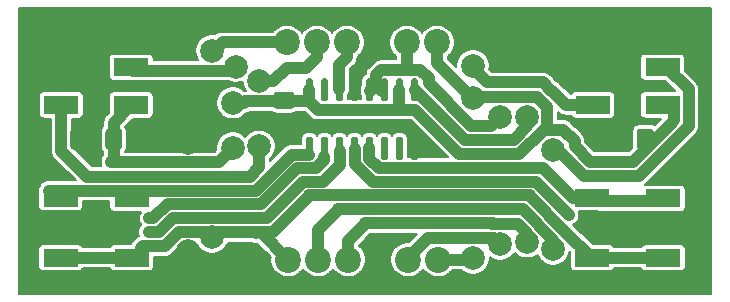
<source format=gbr>
%TF.GenerationSoftware,KiCad,Pcbnew,(5.1.6)-1*%
%TF.CreationDate,2025-01-26T05:21:37-05:00*%
%TF.ProjectId,test,74657374-2e6b-4696-9361-645f70636258,rev?*%
%TF.SameCoordinates,PX88601c0PY5f5e100*%
%TF.FileFunction,Copper,L1,Top*%
%TF.FilePolarity,Positive*%
%FSLAX46Y46*%
G04 Gerber Fmt 4.6, Leading zero omitted, Abs format (unit mm)*
G04 Created by KiCad (PCBNEW (5.1.6)-1) date 2025-01-26 05:21:37*
%MOMM*%
%LPD*%
G01*
G04 APERTURE LIST*
%TA.AperFunction,SMDPad,CuDef*%
%ADD10R,3.000000X1.500000*%
%TD*%
%TA.AperFunction,ComponentPad*%
%ADD11C,2.200000*%
%TD*%
%TA.AperFunction,ViaPad*%
%ADD12C,2.000000*%
%TD*%
%TA.AperFunction,Conductor*%
%ADD13C,1.000000*%
%TD*%
%TA.AperFunction,Conductor*%
%ADD14C,0.200000*%
%TD*%
G04 APERTURE END LIST*
%TO.P,C6,2*%
%TO.N,GND*%
%TA.AperFunction,SMDPad,CuDef*%
G36*
G01*
X22275000Y14525000D02*
X23525000Y14525000D01*
G75*
G02*
X23775000Y14275000I0J-250000D01*
G01*
X23775000Y13350000D01*
G75*
G02*
X23525000Y13100000I-250000J0D01*
G01*
X22275000Y13100000D01*
G75*
G02*
X22025000Y13350000I0J250000D01*
G01*
X22025000Y14275000D01*
G75*
G02*
X22275000Y14525000I250000J0D01*
G01*
G37*
%TD.AperFunction*%
%TO.P,C6,1*%
%TO.N,+5V*%
%TA.AperFunction,SMDPad,CuDef*%
G36*
G01*
X22275000Y17500000D02*
X23525000Y17500000D01*
G75*
G02*
X23775000Y17250000I0J-250000D01*
G01*
X23775000Y16325000D01*
G75*
G02*
X23525000Y16075000I-250000J0D01*
G01*
X22275000Y16075000D01*
G75*
G02*
X22025000Y16325000I0J250000D01*
G01*
X22025000Y17250000D01*
G75*
G02*
X22275000Y17500000I250000J0D01*
G01*
G37*
%TD.AperFunction*%
%TD*%
D10*
%TO.P,D3,3*%
%TO.N,GND*%
X4050000Y19600000D03*
%TO.P,D3,4*%
%TO.N,LED_DIN*%
X4050000Y16400000D03*
%TO.P,D3,2*%
%TO.N,Net-(D3-Pad2)*%
X9950000Y19600000D03*
%TO.P,D3,1*%
%TO.N,+5V*%
X9950000Y16400000D03*
%TD*%
%TO.P,D4,1*%
%TO.N,+5V*%
X54950000Y16400000D03*
%TO.P,D4,2*%
%TO.N,LED_DOUT*%
X54950000Y19600000D03*
%TO.P,D4,4*%
%TO.N,Net-(D3-Pad2)*%
X49050000Y16400000D03*
%TO.P,D4,3*%
%TO.N,GND*%
X49050000Y19600000D03*
%TD*%
D11*
%TO.P,J1,1*%
%TO.N,BTN_SENSE*%
X23150000Y21700000D03*
%TO.P,J1,2*%
%TO.N,LED_DIN*%
X25690000Y21700000D03*
%TO.P,J1,3*%
%TO.N,BTN_DIN*%
X28230000Y21700000D03*
%TO.P,J1,4*%
%TO.N,GND*%
X30770000Y21700000D03*
%TO.P,J1,5*%
%TO.N,BTN_CLK*%
X33310000Y21700000D03*
%TO.P,J1,6*%
%TO.N,+5V*%
X35850000Y21700000D03*
%TD*%
%TO.P,J2,6*%
%TO.N,+5V*%
X35950000Y3300000D03*
%TO.P,J2,5*%
%TO.N,BTN_CLK*%
X33410000Y3300000D03*
%TO.P,J2,4*%
%TO.N,GND*%
X30870000Y3300000D03*
%TO.P,J2,3*%
%TO.N,BTN_DOUT*%
X28330000Y3300000D03*
%TO.P,J2,2*%
%TO.N,LED_DOUT*%
X25790000Y3300000D03*
%TO.P,J2,1*%
%TO.N,BTN_SENSE*%
X23250000Y3300000D03*
%TD*%
%TO.P,C3,2*%
%TO.N,GND*%
%TA.AperFunction,SMDPad,CuDef*%
G36*
G01*
X6225000Y14125000D02*
X6225000Y12875000D01*
G75*
G02*
X5975000Y12625000I-250000J0D01*
G01*
X5050000Y12625000D01*
G75*
G02*
X4800000Y12875000I0J250000D01*
G01*
X4800000Y14125000D01*
G75*
G02*
X5050000Y14375000I250000J0D01*
G01*
X5975000Y14375000D01*
G75*
G02*
X6225000Y14125000I0J-250000D01*
G01*
G37*
%TD.AperFunction*%
%TO.P,C3,1*%
%TO.N,+5V*%
%TA.AperFunction,SMDPad,CuDef*%
G36*
G01*
X9200000Y14125000D02*
X9200000Y12875000D01*
G75*
G02*
X8950000Y12625000I-250000J0D01*
G01*
X8025000Y12625000D01*
G75*
G02*
X7775000Y12875000I0J250000D01*
G01*
X7775000Y14125000D01*
G75*
G02*
X8025000Y14375000I250000J0D01*
G01*
X8950000Y14375000D01*
G75*
G02*
X9200000Y14125000I0J-250000D01*
G01*
G37*
%TD.AperFunction*%
%TD*%
%TO.P,C4,2*%
%TO.N,GND*%
%TA.AperFunction,SMDPad,CuDef*%
G36*
G01*
X51225000Y14125000D02*
X51225000Y12875000D01*
G75*
G02*
X50975000Y12625000I-250000J0D01*
G01*
X50050000Y12625000D01*
G75*
G02*
X49800000Y12875000I0J250000D01*
G01*
X49800000Y14125000D01*
G75*
G02*
X50050000Y14375000I250000J0D01*
G01*
X50975000Y14375000D01*
G75*
G02*
X51225000Y14125000I0J-250000D01*
G01*
G37*
%TD.AperFunction*%
%TO.P,C4,1*%
%TO.N,+5V*%
%TA.AperFunction,SMDPad,CuDef*%
G36*
G01*
X54200000Y14125000D02*
X54200000Y12875000D01*
G75*
G02*
X53950000Y12625000I-250000J0D01*
G01*
X53025000Y12625000D01*
G75*
G02*
X52775000Y12875000I0J250000D01*
G01*
X52775000Y14125000D01*
G75*
G02*
X53025000Y14375000I250000J0D01*
G01*
X53950000Y14375000D01*
G75*
G02*
X54200000Y14125000I0J-250000D01*
G01*
G37*
%TD.AperFunction*%
%TD*%
%TO.P,U1,1*%
%TO.N,Net-(SW3-Pad1)*%
%TA.AperFunction,SMDPad,CuDef*%
G36*
G01*
X25205000Y11750000D02*
X24905000Y11750000D01*
G75*
G02*
X24755000Y11900000I0J150000D01*
G01*
X24755000Y13550000D01*
G75*
G02*
X24905000Y13700000I150000J0D01*
G01*
X25205000Y13700000D01*
G75*
G02*
X25355000Y13550000I0J-150000D01*
G01*
X25355000Y11900000D01*
G75*
G02*
X25205000Y11750000I-150000J0D01*
G01*
G37*
%TD.AperFunction*%
%TO.P,U1,2*%
%TO.N,Net-(SW2-Pad1)*%
%TA.AperFunction,SMDPad,CuDef*%
G36*
G01*
X26475000Y11750000D02*
X26175000Y11750000D01*
G75*
G02*
X26025000Y11900000I0J150000D01*
G01*
X26025000Y13550000D01*
G75*
G02*
X26175000Y13700000I150000J0D01*
G01*
X26475000Y13700000D01*
G75*
G02*
X26625000Y13550000I0J-150000D01*
G01*
X26625000Y11900000D01*
G75*
G02*
X26475000Y11750000I-150000J0D01*
G01*
G37*
%TD.AperFunction*%
%TO.P,U1,3*%
%TO.N,Net-(SW1-Pad1)*%
%TA.AperFunction,SMDPad,CuDef*%
G36*
G01*
X27745000Y11750000D02*
X27445000Y11750000D01*
G75*
G02*
X27295000Y11900000I0J150000D01*
G01*
X27295000Y13550000D01*
G75*
G02*
X27445000Y13700000I150000J0D01*
G01*
X27745000Y13700000D01*
G75*
G02*
X27895000Y13550000I0J-150000D01*
G01*
X27895000Y11900000D01*
G75*
G02*
X27745000Y11750000I-150000J0D01*
G01*
G37*
%TD.AperFunction*%
%TO.P,U1,4*%
%TO.N,Net-(SW5-Pad1)*%
%TA.AperFunction,SMDPad,CuDef*%
G36*
G01*
X29015000Y11750000D02*
X28715000Y11750000D01*
G75*
G02*
X28565000Y11900000I0J150000D01*
G01*
X28565000Y13550000D01*
G75*
G02*
X28715000Y13700000I150000J0D01*
G01*
X29015000Y13700000D01*
G75*
G02*
X29165000Y13550000I0J-150000D01*
G01*
X29165000Y11900000D01*
G75*
G02*
X29015000Y11750000I-150000J0D01*
G01*
G37*
%TD.AperFunction*%
%TO.P,U1,5*%
%TO.N,Net-(SW4-Pad1)*%
%TA.AperFunction,SMDPad,CuDef*%
G36*
G01*
X30285000Y11750000D02*
X29985000Y11750000D01*
G75*
G02*
X29835000Y11900000I0J150000D01*
G01*
X29835000Y13550000D01*
G75*
G02*
X29985000Y13700000I150000J0D01*
G01*
X30285000Y13700000D01*
G75*
G02*
X30435000Y13550000I0J-150000D01*
G01*
X30435000Y11900000D01*
G75*
G02*
X30285000Y11750000I-150000J0D01*
G01*
G37*
%TD.AperFunction*%
%TO.P,U1,6*%
%TO.N,Net-(U1-Pad6)*%
%TA.AperFunction,SMDPad,CuDef*%
G36*
G01*
X31555000Y11750000D02*
X31255000Y11750000D01*
G75*
G02*
X31105000Y11900000I0J150000D01*
G01*
X31105000Y13550000D01*
G75*
G02*
X31255000Y13700000I150000J0D01*
G01*
X31555000Y13700000D01*
G75*
G02*
X31705000Y13550000I0J-150000D01*
G01*
X31705000Y11900000D01*
G75*
G02*
X31555000Y11750000I-150000J0D01*
G01*
G37*
%TD.AperFunction*%
%TO.P,U1,7*%
%TO.N,Net-(U1-Pad7)*%
%TA.AperFunction,SMDPad,CuDef*%
G36*
G01*
X32825000Y11750000D02*
X32525000Y11750000D01*
G75*
G02*
X32375000Y11900000I0J150000D01*
G01*
X32375000Y13550000D01*
G75*
G02*
X32525000Y13700000I150000J0D01*
G01*
X32825000Y13700000D01*
G75*
G02*
X32975000Y13550000I0J-150000D01*
G01*
X32975000Y11900000D01*
G75*
G02*
X32825000Y11750000I-150000J0D01*
G01*
G37*
%TD.AperFunction*%
%TO.P,U1,8*%
%TO.N,GND*%
%TA.AperFunction,SMDPad,CuDef*%
G36*
G01*
X34095000Y11750000D02*
X33795000Y11750000D01*
G75*
G02*
X33645000Y11900000I0J150000D01*
G01*
X33645000Y13550000D01*
G75*
G02*
X33795000Y13700000I150000J0D01*
G01*
X34095000Y13700000D01*
G75*
G02*
X34245000Y13550000I0J-150000D01*
G01*
X34245000Y11900000D01*
G75*
G02*
X34095000Y11750000I-150000J0D01*
G01*
G37*
%TD.AperFunction*%
%TO.P,U1,9*%
%TO.N,BTN_DOUT*%
%TA.AperFunction,SMDPad,CuDef*%
G36*
G01*
X34095000Y16700000D02*
X33795000Y16700000D01*
G75*
G02*
X33645000Y16850000I0J150000D01*
G01*
X33645000Y18500000D01*
G75*
G02*
X33795000Y18650000I150000J0D01*
G01*
X34095000Y18650000D01*
G75*
G02*
X34245000Y18500000I0J-150000D01*
G01*
X34245000Y16850000D01*
G75*
G02*
X34095000Y16700000I-150000J0D01*
G01*
G37*
%TD.AperFunction*%
%TO.P,U1,10*%
%TO.N,+5V*%
%TA.AperFunction,SMDPad,CuDef*%
G36*
G01*
X32825000Y16700000D02*
X32525000Y16700000D01*
G75*
G02*
X32375000Y16850000I0J150000D01*
G01*
X32375000Y18500000D01*
G75*
G02*
X32525000Y18650000I150000J0D01*
G01*
X32825000Y18650000D01*
G75*
G02*
X32975000Y18500000I0J-150000D01*
G01*
X32975000Y16850000D01*
G75*
G02*
X32825000Y16700000I-150000J0D01*
G01*
G37*
%TD.AperFunction*%
%TO.P,U1,11*%
%TO.N,BTN_CLK*%
%TA.AperFunction,SMDPad,CuDef*%
G36*
G01*
X31555000Y16700000D02*
X31255000Y16700000D01*
G75*
G02*
X31105000Y16850000I0J150000D01*
G01*
X31105000Y18500000D01*
G75*
G02*
X31255000Y18650000I150000J0D01*
G01*
X31555000Y18650000D01*
G75*
G02*
X31705000Y18500000I0J-150000D01*
G01*
X31705000Y16850000D01*
G75*
G02*
X31555000Y16700000I-150000J0D01*
G01*
G37*
%TD.AperFunction*%
%TO.P,U1,12*%
%TA.AperFunction,SMDPad,CuDef*%
G36*
G01*
X30285000Y16700000D02*
X29985000Y16700000D01*
G75*
G02*
X29835000Y16850000I0J150000D01*
G01*
X29835000Y18500000D01*
G75*
G02*
X29985000Y18650000I150000J0D01*
G01*
X30285000Y18650000D01*
G75*
G02*
X30435000Y18500000I0J-150000D01*
G01*
X30435000Y16850000D01*
G75*
G02*
X30285000Y16700000I-150000J0D01*
G01*
G37*
%TD.AperFunction*%
%TO.P,U1,13*%
%TO.N,GND*%
%TA.AperFunction,SMDPad,CuDef*%
G36*
G01*
X29015000Y16700000D02*
X28715000Y16700000D01*
G75*
G02*
X28565000Y16850000I0J150000D01*
G01*
X28565000Y18500000D01*
G75*
G02*
X28715000Y18650000I150000J0D01*
G01*
X29015000Y18650000D01*
G75*
G02*
X29165000Y18500000I0J-150000D01*
G01*
X29165000Y16850000D01*
G75*
G02*
X29015000Y16700000I-150000J0D01*
G01*
G37*
%TD.AperFunction*%
%TO.P,U1,14*%
%TO.N,BTN_DIN*%
%TA.AperFunction,SMDPad,CuDef*%
G36*
G01*
X27745000Y16700000D02*
X27445000Y16700000D01*
G75*
G02*
X27295000Y16850000I0J150000D01*
G01*
X27295000Y18500000D01*
G75*
G02*
X27445000Y18650000I150000J0D01*
G01*
X27745000Y18650000D01*
G75*
G02*
X27895000Y18500000I0J-150000D01*
G01*
X27895000Y16850000D01*
G75*
G02*
X27745000Y16700000I-150000J0D01*
G01*
G37*
%TD.AperFunction*%
%TO.P,U1,15*%
%TO.N,Net-(U1-Pad15)*%
%TA.AperFunction,SMDPad,CuDef*%
G36*
G01*
X26475000Y16700000D02*
X26175000Y16700000D01*
G75*
G02*
X26025000Y16850000I0J150000D01*
G01*
X26025000Y18500000D01*
G75*
G02*
X26175000Y18650000I150000J0D01*
G01*
X26475000Y18650000D01*
G75*
G02*
X26625000Y18500000I0J-150000D01*
G01*
X26625000Y16850000D01*
G75*
G02*
X26475000Y16700000I-150000J0D01*
G01*
G37*
%TD.AperFunction*%
%TO.P,U1,16*%
%TO.N,+5V*%
%TA.AperFunction,SMDPad,CuDef*%
G36*
G01*
X25205000Y16700000D02*
X24905000Y16700000D01*
G75*
G02*
X24755000Y16850000I0J150000D01*
G01*
X24755000Y18500000D01*
G75*
G02*
X24905000Y18650000I150000J0D01*
G01*
X25205000Y18650000D01*
G75*
G02*
X25355000Y18500000I0J-150000D01*
G01*
X25355000Y16850000D01*
G75*
G02*
X25205000Y16700000I-150000J0D01*
G01*
G37*
%TD.AperFunction*%
%TD*%
D10*
%TO.P,SW3,2*%
%TO.N,BTN_SENSE*%
X4000000Y3460000D03*
%TO.P,SW3,1*%
%TO.N,Net-(SW3-Pad1)*%
X4000000Y8540000D03*
%TO.P,SW3,2*%
%TO.N,BTN_SENSE*%
X10000000Y3460000D03*
%TO.P,SW3,1*%
%TO.N,Net-(SW3-Pad1)*%
X10000000Y8500000D03*
%TD*%
%TO.P,SW4,1*%
%TO.N,Net-(SW4-Pad1)*%
X55000000Y8500000D03*
%TO.P,SW4,2*%
%TO.N,BTN_SENSE*%
X55000000Y3460000D03*
%TO.P,SW4,1*%
%TO.N,Net-(SW4-Pad1)*%
X49000000Y8540000D03*
%TO.P,SW4,2*%
%TO.N,BTN_SENSE*%
X49000000Y3460000D03*
%TD*%
D12*
%TO.N,+5V*%
X38900000Y17000000D03*
X38900000Y3400000D03*
X18560000Y16570000D03*
X18560000Y12770000D03*
%TO.N,GND*%
X14800000Y4000000D03*
X14800000Y13200000D03*
%TO.N,Net-(D3-Pad2)*%
X38900000Y19700000D03*
X18800000Y19650000D03*
%TO.N,LED_DIN*%
X20800000Y12900000D03*
X20800000Y18400000D03*
%TO.N,LED_DOUT*%
X45700000Y4200000D03*
X45700000Y12600000D03*
%TO.N,BTN_CLK*%
X41200000Y4600000D03*
X41200000Y15400000D03*
%TO.N,BTN_SENSE*%
X16800000Y21000000D03*
X16800000Y5200000D03*
%TO.N,BTN_DOUT*%
X43500000Y4800000D03*
X43500000Y15400000D03*
%TD*%
D13*
%TO.N,+5V*%
X8487500Y13500000D02*
X8487500Y13267522D01*
X8487500Y13500000D02*
X8600000Y13500000D01*
X52462510Y11600010D02*
X51600010Y11600010D01*
X25055000Y16700000D02*
X25755010Y15999990D01*
X36400000Y3100000D02*
X36400000Y3100000D01*
X9950000Y16400000D02*
X10102940Y16400000D01*
X10000000Y16300000D02*
X9900000Y16300000D01*
X9900000Y16300000D02*
X8500000Y14900000D01*
X8500000Y14900000D02*
X8500000Y13400000D01*
X18260000Y12270000D02*
X18260000Y12970000D01*
X18260000Y12970000D02*
X18260000Y13070000D01*
X19600000Y16700000D02*
X25055000Y16700000D01*
X25755010Y15999990D02*
X32699990Y15999990D01*
X52462510Y11600010D02*
X48797060Y11600010D01*
X48797060Y11600010D02*
X47500001Y12897069D01*
X34000010Y15999990D02*
X37749979Y12250021D01*
X32699990Y15999990D02*
X34000010Y15999990D01*
X37749979Y12250021D02*
X42834019Y12250021D01*
X47500001Y13316001D02*
X46516001Y14300001D01*
X47500001Y12897069D02*
X47500001Y13316001D01*
X46516001Y14300001D02*
X44883999Y14300001D01*
X42834019Y12250021D02*
X44883999Y14300001D01*
X38800000Y3300000D02*
X38900000Y3400000D01*
X35950000Y3300000D02*
X38800000Y3300000D01*
X17430011Y11540011D02*
X18760000Y12870000D01*
X8487500Y11757500D02*
X8270011Y11540011D01*
X8487500Y13500000D02*
X8487500Y11757500D01*
X8270011Y11540011D02*
X17430011Y11540011D01*
X25055000Y17675000D02*
X25055000Y16700000D01*
X32675000Y16024980D02*
X32699990Y15999990D01*
X32675000Y17675000D02*
X32675000Y16024980D01*
X35850000Y21700000D02*
X35850000Y21350000D01*
X44316001Y17100001D02*
X39000001Y17100001D01*
X39000001Y17100001D02*
X38900000Y17000000D01*
X45200001Y16216001D02*
X44316001Y17100001D01*
X45200001Y15500001D02*
X45200001Y16216001D01*
X45200001Y14616003D02*
X45200001Y15500001D01*
X35850000Y21700000D02*
X35850000Y19950000D01*
X38800000Y17000000D02*
X38900000Y17000000D01*
X35850000Y19950000D02*
X38800000Y17000000D01*
X55681250Y14818750D02*
X55949991Y15087491D01*
X55949991Y15087491D02*
X55949991Y16000000D01*
X53487500Y13012500D02*
X53681250Y12818750D01*
X53487500Y13500000D02*
X53487500Y13012500D01*
X52462510Y11600010D02*
X53681250Y12818750D01*
X53681250Y12818750D02*
X55681250Y14818750D01*
X19470000Y16570000D02*
X19600000Y16700000D01*
X18560000Y16570000D02*
X19470000Y16570000D01*
%TO.N,Net-(D3-Pad2)*%
X49050000Y16400000D02*
X48300000Y16400000D01*
X10881480Y19600000D02*
X9950000Y19600000D01*
X18619999Y19299999D02*
X18970000Y19650000D01*
X15900021Y19299999D02*
X18619999Y19299999D01*
X49050000Y16400000D02*
X46800000Y16400000D01*
X45513072Y17600000D02*
X44813061Y18300011D01*
X46800000Y16400000D02*
X45600000Y17600000D01*
X45600000Y17600000D02*
X45513072Y17600000D01*
X38900000Y19516002D02*
X38900000Y19700000D01*
X40115991Y18300011D02*
X38900000Y19516002D01*
X44813061Y18300011D02*
X40115991Y18300011D01*
X15900021Y19299999D02*
X10100001Y19299999D01*
%TO.N,Net-(SW1-Pad1)*%
X26199990Y9900010D02*
X27600000Y11300020D01*
X27600000Y11300020D02*
X27600000Y12500000D01*
X24505870Y9900010D02*
X26199990Y9900010D01*
X11460011Y5639989D02*
X12126350Y5639989D01*
X21602930Y6997070D02*
X24505870Y9900010D01*
X21445831Y6839971D02*
X21602930Y6997070D01*
X11460011Y5639989D02*
X12312688Y5639989D01*
X12312688Y5639989D02*
X13512669Y6839971D01*
X13512669Y6839971D02*
X21445831Y6839971D01*
%TO.N,Net-(SW2-Pad1)*%
X26300000Y11700000D02*
X26300000Y12000000D01*
X25650020Y11050020D02*
X26300000Y11700000D01*
X24029522Y11050020D02*
X25650020Y11050020D01*
X11836339Y6789999D02*
X13036321Y7989981D01*
X11510001Y6789999D02*
X11836339Y6789999D01*
X20969483Y7989981D02*
X24029522Y11050020D01*
X13036321Y7989981D02*
X20969483Y7989981D01*
%TO.N,Net-(SW3-Pad1)*%
X3190000Y8790000D02*
X3190000Y8540000D01*
X23553174Y12200030D02*
X25000000Y12200030D01*
X20493135Y9139991D02*
X23553174Y12200030D01*
X20493135Y9139991D02*
X20197060Y9139991D01*
X10000000Y8900000D02*
X9760009Y9139991D01*
X10000000Y8500000D02*
X10000000Y8900000D01*
X20197060Y9139991D02*
X9760009Y9139991D01*
X9760009Y9139991D02*
X3000000Y9139991D01*
%TO.N,Net-(SW4-Pad1)*%
X48190000Y8540000D02*
X48190000Y8610000D01*
X55810000Y8540000D02*
X55760000Y8540000D01*
X30135000Y11817902D02*
X30135000Y12725000D01*
X30902912Y11049990D02*
X30135000Y11817902D01*
X34623691Y11050010D02*
X44849990Y11050010D01*
X30902912Y11049990D02*
X34623671Y11049990D01*
X34623671Y11049990D02*
X34623691Y11050010D01*
X44849990Y11050010D02*
X47400000Y8500000D01*
X47400000Y8500000D02*
X48500000Y8500000D01*
X49000000Y8540000D02*
X49000000Y8500000D01*
X49360000Y8540000D02*
X49649991Y8250009D01*
X49000000Y8540000D02*
X49360000Y8540000D01*
X49649991Y8250009D02*
X54850009Y8250009D01*
%TO.N,Net-(SW5-Pad1)*%
X28900000Y11426543D02*
X28900000Y12700000D01*
X30426563Y9899980D02*
X28900000Y11426543D01*
X35100020Y9899980D02*
X30426563Y9899980D01*
X35100040Y9900000D02*
X35100020Y9899980D01*
X44200000Y9900000D02*
X35100040Y9900000D01*
X47000001Y7099999D02*
X44200000Y9900000D01*
%TO.N,LED_DIN*%
X22000000Y18400000D02*
X23130000Y19530000D01*
X23130000Y19530000D02*
X24760000Y19530000D01*
X24760000Y19530000D02*
X25680000Y20450000D01*
X25680000Y20450000D02*
X25680000Y21490000D01*
X20800000Y18400000D02*
X22000000Y18400000D01*
X20800000Y11143926D02*
X20800000Y12900000D01*
X19996075Y10340001D02*
X20800000Y11143926D01*
X4050000Y12531480D02*
X6241479Y10340001D01*
X4050000Y16400000D02*
X4050000Y12531480D01*
X6241479Y10340001D02*
X7340001Y10340001D01*
X7340001Y10340001D02*
X19996075Y10340001D01*
%TO.N,LED_DOUT*%
X43205880Y7499980D02*
X45700000Y5005860D01*
X42540142Y7570000D02*
X43130000Y7570000D01*
X25790000Y5790000D02*
X27499960Y7499960D01*
X45700000Y5005860D02*
X45700000Y4200000D01*
X27499960Y7569960D02*
X40099960Y7569960D01*
X25790000Y3300000D02*
X25790000Y5790000D01*
X40099990Y7569990D02*
X42616012Y7569990D01*
X55260002Y19600000D02*
X57150001Y17710001D01*
X57150001Y17710001D02*
X57150001Y14590431D01*
X54950000Y19600000D02*
X55260002Y19600000D01*
X57150001Y14590431D02*
X52959571Y10400001D01*
X48300000Y10400000D02*
X45800000Y12900000D01*
X52959571Y10400001D02*
X48300000Y10400000D01*
%TO.N,BTN_DIN*%
X28230000Y21700000D02*
X28230000Y20450000D01*
X28230000Y20450000D02*
X27580000Y19800000D01*
X27580000Y19800000D02*
X27580000Y17740000D01*
%TO.N,BTN_CLK*%
X33310000Y3200000D02*
X33310000Y3324002D01*
X33310000Y21900000D02*
X33310000Y21775998D01*
X30700000Y18100000D02*
X31200000Y17600000D01*
X30700000Y18100000D02*
X30200000Y17600000D01*
X30700000Y18900020D02*
X30700000Y18100000D01*
X40450040Y14650040D02*
X38744100Y14650040D01*
X35148549Y18245591D02*
X35148549Y18648549D01*
X41200000Y15400000D02*
X40450040Y14650040D01*
X38744100Y14650040D02*
X35148549Y18245591D01*
X31149990Y19350010D02*
X30700000Y18900020D01*
X35148549Y18648549D02*
X34447088Y19350010D01*
X33410000Y3300000D02*
X33410000Y3610000D01*
X33410000Y3300000D02*
X33410000Y3440000D01*
X40699999Y5100001D02*
X41200000Y4600000D01*
X35070001Y5100001D02*
X40699999Y5100001D01*
X33410000Y3440000D02*
X35070001Y5100001D01*
X33310000Y19620000D02*
X33579990Y19350010D01*
X33310000Y21700000D02*
X33310000Y19620000D01*
X34447088Y19350010D02*
X33579990Y19350010D01*
X33579990Y19350010D02*
X31149990Y19350010D01*
%TO.N,BTN_SENSE*%
X10810000Y3460000D02*
X10810000Y3990000D01*
X10810000Y4310000D02*
X10939979Y4439979D01*
X10810000Y3460000D02*
X10810000Y4310000D01*
X12809746Y4439979D02*
X14009728Y5639961D01*
X10939979Y4439979D02*
X12809746Y4439979D01*
X14009728Y5639961D02*
X19257109Y5639961D01*
X20550000Y5550000D02*
X20460039Y5639961D01*
X19257109Y5639961D02*
X20460039Y5639961D01*
X25002898Y8699968D02*
X21942891Y5639961D01*
X46812940Y5589990D02*
X43702940Y8699990D01*
X43692950Y8750000D02*
X39090000Y8750000D01*
X21942891Y5639961D02*
X20460039Y5639961D01*
X39097070Y8750000D02*
X25000000Y8750000D01*
X20910039Y5639961D02*
X20460039Y5639961D01*
X23250000Y3300000D02*
X20910039Y5639961D01*
X17700000Y21700000D02*
X17000000Y21000000D01*
X23150000Y21700000D02*
X17700000Y21700000D01*
X46812940Y5589990D02*
X46812940Y5587060D01*
X46812940Y5587060D02*
X48900000Y3500000D01*
X49000000Y3460000D02*
X55140000Y3460000D01*
X4000000Y3460000D02*
X10140000Y3460000D01*
%TO.N,BTN_DOUT*%
X38249970Y13450030D02*
X42336958Y13450030D01*
X43500000Y14613072D02*
X43500000Y15400000D01*
X42336958Y13450030D02*
X43500000Y14613072D01*
X42336958Y13450030D02*
X38247040Y13450030D01*
X38247040Y13450030D02*
X33997070Y17700000D01*
X43500000Y5508790D02*
X43500000Y4800000D01*
X42708810Y6331190D02*
X43500000Y5540000D01*
X28330000Y4855634D02*
X29774316Y6299950D01*
X29790000Y6370000D02*
X40615634Y6370000D01*
X28330000Y3300000D02*
X28330000Y4855634D01*
X40550000Y6360000D02*
X42658830Y6360000D01*
%TD*%
D14*
%TO.N,GND*%
G36*
X59075000Y425000D02*
G01*
X425000Y425000D01*
X425000Y9139991D01*
X2095646Y9139991D01*
X2098065Y9115431D01*
X2098065Y7790000D01*
X2105788Y7711586D01*
X2128660Y7636186D01*
X2165803Y7566697D01*
X2215789Y7505789D01*
X2276697Y7455803D01*
X2346186Y7418660D01*
X2421586Y7395788D01*
X2500000Y7388065D01*
X5500000Y7388065D01*
X5578414Y7395788D01*
X5653814Y7418660D01*
X5723303Y7455803D01*
X5784211Y7505789D01*
X5834197Y7566697D01*
X5871340Y7636186D01*
X5894212Y7711586D01*
X5901935Y7790000D01*
X5901935Y8239991D01*
X8098065Y8239991D01*
X8098065Y7750000D01*
X8105788Y7671586D01*
X8128660Y7596186D01*
X8165803Y7526697D01*
X8215789Y7465789D01*
X8276697Y7415803D01*
X8346186Y7378660D01*
X8421586Y7355788D01*
X8500000Y7348065D01*
X10803716Y7348065D01*
X10758058Y7292431D01*
X10674487Y7136080D01*
X10623024Y6966430D01*
X10605647Y6789999D01*
X10623024Y6613568D01*
X10674487Y6443918D01*
X10758058Y6287567D01*
X10792622Y6245451D01*
X10708068Y6142421D01*
X10624497Y5986070D01*
X10573034Y5816420D01*
X10555657Y5639989D01*
X10573034Y5463558D01*
X10624497Y5293908D01*
X10628698Y5286049D01*
X10593898Y5275493D01*
X10437547Y5191922D01*
X10300504Y5079454D01*
X10272324Y5045116D01*
X10204861Y4977653D01*
X10170526Y4949475D01*
X10142348Y4915140D01*
X10142345Y4915137D01*
X10058057Y4812431D01*
X9974487Y4656081D01*
X9961095Y4611935D01*
X8500000Y4611935D01*
X8421586Y4604212D01*
X8346186Y4581340D01*
X8276697Y4544197D01*
X8215789Y4494211D01*
X8165803Y4433303D01*
X8128660Y4363814D01*
X8127503Y4360000D01*
X5872497Y4360000D01*
X5871340Y4363814D01*
X5834197Y4433303D01*
X5784211Y4494211D01*
X5723303Y4544197D01*
X5653814Y4581340D01*
X5578414Y4604212D01*
X5500000Y4611935D01*
X2500000Y4611935D01*
X2421586Y4604212D01*
X2346186Y4581340D01*
X2276697Y4544197D01*
X2215789Y4494211D01*
X2165803Y4433303D01*
X2128660Y4363814D01*
X2105788Y4288414D01*
X2098065Y4210000D01*
X2098065Y2710000D01*
X2105788Y2631586D01*
X2128660Y2556186D01*
X2165803Y2486697D01*
X2215789Y2425789D01*
X2276697Y2375803D01*
X2346186Y2338660D01*
X2421586Y2315788D01*
X2500000Y2308065D01*
X5500000Y2308065D01*
X5578414Y2315788D01*
X5653814Y2338660D01*
X5723303Y2375803D01*
X5784211Y2425789D01*
X5834197Y2486697D01*
X5871340Y2556186D01*
X5872497Y2560000D01*
X8127503Y2560000D01*
X8128660Y2556186D01*
X8165803Y2486697D01*
X8215789Y2425789D01*
X8276697Y2375803D01*
X8346186Y2338660D01*
X8421586Y2315788D01*
X8500000Y2308065D01*
X11500000Y2308065D01*
X11578414Y2315788D01*
X11653814Y2338660D01*
X11723303Y2375803D01*
X11784211Y2425789D01*
X11834197Y2486697D01*
X11871340Y2556186D01*
X11894212Y2631586D01*
X11901935Y2710000D01*
X11901935Y3539979D01*
X12765540Y3539979D01*
X12809746Y3535625D01*
X12853952Y3539979D01*
X12853953Y3539979D01*
X12986177Y3553002D01*
X13155827Y3604465D01*
X13312178Y3688036D01*
X13449221Y3800504D01*
X13477403Y3834844D01*
X14382520Y4739961D01*
X15475205Y4739961D01*
X15559336Y4536851D01*
X15712549Y4307552D01*
X15907552Y4112549D01*
X16136851Y3959336D01*
X16391635Y3853801D01*
X16662112Y3800000D01*
X16937888Y3800000D01*
X17208365Y3853801D01*
X17463149Y3959336D01*
X17692448Y4112549D01*
X17887451Y4307552D01*
X18040664Y4536851D01*
X18124795Y4739961D01*
X20156261Y4739961D01*
X20203919Y4714487D01*
X20373570Y4663023D01*
X20549999Y4645646D01*
X20624249Y4652959D01*
X21763185Y3514023D01*
X21750000Y3447737D01*
X21750000Y3152263D01*
X21807644Y2862466D01*
X21920717Y2589483D01*
X22084874Y2343806D01*
X22293806Y2134874D01*
X22539483Y1970717D01*
X22812466Y1857644D01*
X23102263Y1800000D01*
X23397737Y1800000D01*
X23687534Y1857644D01*
X23960517Y1970717D01*
X24206194Y2134874D01*
X24415126Y2343806D01*
X24520000Y2500760D01*
X24624874Y2343806D01*
X24833806Y2134874D01*
X25079483Y1970717D01*
X25352466Y1857644D01*
X25642263Y1800000D01*
X25937737Y1800000D01*
X26227534Y1857644D01*
X26500517Y1970717D01*
X26746194Y2134874D01*
X26955126Y2343806D01*
X27060000Y2500760D01*
X27164874Y2343806D01*
X27373806Y2134874D01*
X27619483Y1970717D01*
X27892466Y1857644D01*
X28182263Y1800000D01*
X28477737Y1800000D01*
X28767534Y1857644D01*
X29040517Y1970717D01*
X29286194Y2134874D01*
X29495126Y2343806D01*
X29659283Y2589483D01*
X29772356Y2862466D01*
X29830000Y3152263D01*
X29830000Y3447737D01*
X29772356Y3737534D01*
X29659283Y4010517D01*
X29495126Y4256194D01*
X29286194Y4465126D01*
X29241888Y4494730D01*
X30217158Y5470000D01*
X34167208Y5470000D01*
X33497208Y4800000D01*
X33262263Y4800000D01*
X32972466Y4742356D01*
X32699483Y4629283D01*
X32453806Y4465126D01*
X32244874Y4256194D01*
X32080717Y4010517D01*
X31967644Y3737534D01*
X31910000Y3447737D01*
X31910000Y3152263D01*
X31967644Y2862466D01*
X32080717Y2589483D01*
X32244874Y2343806D01*
X32453806Y2134874D01*
X32699483Y1970717D01*
X32972466Y1857644D01*
X33262263Y1800000D01*
X33557737Y1800000D01*
X33847534Y1857644D01*
X34120517Y1970717D01*
X34366194Y2134874D01*
X34575126Y2343806D01*
X34680000Y2500760D01*
X34784874Y2343806D01*
X34993806Y2134874D01*
X35239483Y1970717D01*
X35512466Y1857644D01*
X35802263Y1800000D01*
X36097737Y1800000D01*
X36387534Y1857644D01*
X36660517Y1970717D01*
X36906194Y2134874D01*
X37115126Y2343806D01*
X37152674Y2400000D01*
X37920101Y2400000D01*
X38007552Y2312549D01*
X38236851Y2159336D01*
X38491635Y2053801D01*
X38762112Y2000000D01*
X39037888Y2000000D01*
X39308365Y2053801D01*
X39563149Y2159336D01*
X39792448Y2312549D01*
X39987451Y2507552D01*
X40140664Y2736851D01*
X40246199Y2991635D01*
X40300000Y3262112D01*
X40300000Y3520101D01*
X40307552Y3512549D01*
X40536851Y3359336D01*
X40791635Y3253801D01*
X41062112Y3200000D01*
X41337888Y3200000D01*
X41608365Y3253801D01*
X41863149Y3359336D01*
X42092448Y3512549D01*
X42287451Y3707552D01*
X42417667Y3902434D01*
X42607552Y3712549D01*
X42836851Y3559336D01*
X43091635Y3453801D01*
X43362112Y3400000D01*
X43637888Y3400000D01*
X43908365Y3453801D01*
X44163149Y3559336D01*
X44387836Y3709467D01*
X44459336Y3536851D01*
X44612549Y3307552D01*
X44807552Y3112549D01*
X45036851Y2959336D01*
X45291635Y2853801D01*
X45562112Y2800000D01*
X45837888Y2800000D01*
X46108365Y2853801D01*
X46363149Y2959336D01*
X46592448Y3112549D01*
X46787451Y3307552D01*
X46940664Y3536851D01*
X47046199Y3791635D01*
X47094209Y4032999D01*
X47098065Y4029143D01*
X47098065Y2710000D01*
X47105788Y2631586D01*
X47128660Y2556186D01*
X47165803Y2486697D01*
X47215789Y2425789D01*
X47276697Y2375803D01*
X47346186Y2338660D01*
X47421586Y2315788D01*
X47500000Y2308065D01*
X50500000Y2308065D01*
X50578414Y2315788D01*
X50653814Y2338660D01*
X50723303Y2375803D01*
X50784211Y2425789D01*
X50834197Y2486697D01*
X50871340Y2556186D01*
X50872497Y2560000D01*
X53127503Y2560000D01*
X53128660Y2556186D01*
X53165803Y2486697D01*
X53215789Y2425789D01*
X53276697Y2375803D01*
X53346186Y2338660D01*
X53421586Y2315788D01*
X53500000Y2308065D01*
X56500000Y2308065D01*
X56578414Y2315788D01*
X56653814Y2338660D01*
X56723303Y2375803D01*
X56784211Y2425789D01*
X56834197Y2486697D01*
X56871340Y2556186D01*
X56894212Y2631586D01*
X56901935Y2710000D01*
X56901935Y4210000D01*
X56894212Y4288414D01*
X56871340Y4363814D01*
X56834197Y4433303D01*
X56784211Y4494211D01*
X56723303Y4544197D01*
X56653814Y4581340D01*
X56578414Y4604212D01*
X56500000Y4611935D01*
X53500000Y4611935D01*
X53421586Y4604212D01*
X53346186Y4581340D01*
X53276697Y4544197D01*
X53215789Y4494211D01*
X53165803Y4433303D01*
X53128660Y4363814D01*
X53127503Y4360000D01*
X50872497Y4360000D01*
X50871340Y4363814D01*
X50834197Y4433303D01*
X50784211Y4494211D01*
X50723303Y4544197D01*
X50653814Y4581340D01*
X50578414Y4604212D01*
X50500000Y4611935D01*
X49060857Y4611935D01*
X47494008Y6178784D01*
X47480595Y6195128D01*
X47480593Y6195130D01*
X47452415Y6229465D01*
X47418081Y6257642D01*
X47388542Y6287181D01*
X47502432Y6348057D01*
X47639475Y6460525D01*
X47751943Y6597568D01*
X47835514Y6753918D01*
X47886977Y6923569D01*
X47904354Y7100000D01*
X47886977Y7276431D01*
X47853113Y7388065D01*
X49391038Y7388065D01*
X49473560Y7363032D01*
X49605784Y7350009D01*
X49605786Y7350009D01*
X49649990Y7345655D01*
X49694194Y7350009D01*
X53480262Y7350009D01*
X53500000Y7348065D01*
X56500000Y7348065D01*
X56578414Y7355788D01*
X56653814Y7378660D01*
X56723303Y7415803D01*
X56784211Y7465789D01*
X56834197Y7526697D01*
X56871340Y7596186D01*
X56894212Y7671586D01*
X56901935Y7750000D01*
X56901935Y9250000D01*
X56894212Y9328414D01*
X56871340Y9403814D01*
X56834197Y9473303D01*
X56784211Y9534211D01*
X56723303Y9584197D01*
X56653814Y9621340D01*
X56578414Y9644212D01*
X56500000Y9651935D01*
X53500000Y9651935D01*
X53462188Y9648211D01*
X53564708Y9732346D01*
X53564711Y9732349D01*
X53599046Y9760527D01*
X53627224Y9794862D01*
X57755136Y13922774D01*
X57789476Y13950956D01*
X57901944Y14087999D01*
X57985515Y14244350D01*
X58036978Y14414000D01*
X58050001Y14546224D01*
X58054355Y14590431D01*
X58050001Y14634637D01*
X58050001Y17665798D01*
X58054355Y17710002D01*
X58049379Y17760526D01*
X58036978Y17886432D01*
X57985515Y18056082D01*
X57901944Y18212433D01*
X57849423Y18276430D01*
X57817656Y18315139D01*
X57817654Y18315141D01*
X57789476Y18349476D01*
X57755142Y18377653D01*
X56851935Y19280860D01*
X56851935Y20350000D01*
X56844212Y20428414D01*
X56821340Y20503814D01*
X56784197Y20573303D01*
X56734211Y20634211D01*
X56673303Y20684197D01*
X56603814Y20721340D01*
X56528414Y20744212D01*
X56450000Y20751935D01*
X53450000Y20751935D01*
X53371586Y20744212D01*
X53296186Y20721340D01*
X53226697Y20684197D01*
X53165789Y20634211D01*
X53115803Y20573303D01*
X53078660Y20503814D01*
X53055788Y20428414D01*
X53048065Y20350000D01*
X53048065Y18850000D01*
X53055788Y18771586D01*
X53078660Y18696186D01*
X53115803Y18626697D01*
X53165789Y18565789D01*
X53226697Y18515803D01*
X53296186Y18478660D01*
X53371586Y18455788D01*
X53450000Y18448065D01*
X55139145Y18448065D01*
X56035274Y17551935D01*
X53450000Y17551935D01*
X53371586Y17544212D01*
X53296186Y17521340D01*
X53226697Y17484197D01*
X53165789Y17434211D01*
X53115803Y17373303D01*
X53078660Y17303814D01*
X53055788Y17228414D01*
X53048065Y17150000D01*
X53048065Y15650000D01*
X53055788Y15571586D01*
X53078660Y15496186D01*
X53115803Y15426697D01*
X53165789Y15365789D01*
X53226697Y15315803D01*
X53296186Y15278660D01*
X53371586Y15255788D01*
X53450000Y15248065D01*
X54837772Y15248065D01*
X54276077Y14686370D01*
X54199485Y14727309D01*
X54077186Y14764408D01*
X53950000Y14776935D01*
X53025000Y14776935D01*
X52897814Y14764408D01*
X52775515Y14727309D01*
X52662804Y14667064D01*
X52564012Y14585988D01*
X52482936Y14487196D01*
X52422691Y14374485D01*
X52385592Y14252186D01*
X52373065Y14125000D01*
X52373065Y12875000D01*
X52381282Y12791574D01*
X52089718Y12500010D01*
X49169852Y12500010D01*
X48400001Y13269861D01*
X48400001Y13271798D01*
X48404355Y13316002D01*
X48396131Y13399500D01*
X48386978Y13492432D01*
X48335515Y13662082D01*
X48251944Y13818433D01*
X48180479Y13905514D01*
X48167656Y13921139D01*
X48167654Y13921141D01*
X48139476Y13955476D01*
X48105141Y13983654D01*
X47183658Y14905136D01*
X47155476Y14939476D01*
X47018433Y15051944D01*
X46862082Y15135515D01*
X46692432Y15186978D01*
X46560208Y15200001D01*
X46560207Y15200001D01*
X46516001Y15204355D01*
X46471795Y15200001D01*
X46100001Y15200001D01*
X46100001Y15827207D01*
X46132343Y15794865D01*
X46160525Y15760525D01*
X46297568Y15648057D01*
X46453919Y15564486D01*
X46623569Y15513023D01*
X46755793Y15500000D01*
X46755795Y15500000D01*
X46799999Y15495646D01*
X46844203Y15500000D01*
X47177503Y15500000D01*
X47178660Y15496186D01*
X47215803Y15426697D01*
X47265789Y15365789D01*
X47326697Y15315803D01*
X47396186Y15278660D01*
X47471586Y15255788D01*
X47550000Y15248065D01*
X50550000Y15248065D01*
X50628414Y15255788D01*
X50703814Y15278660D01*
X50773303Y15315803D01*
X50834211Y15365789D01*
X50884197Y15426697D01*
X50921340Y15496186D01*
X50944212Y15571586D01*
X50951935Y15650000D01*
X50951935Y17150000D01*
X50944212Y17228414D01*
X50921340Y17303814D01*
X50884197Y17373303D01*
X50834211Y17434211D01*
X50773303Y17484197D01*
X50703814Y17521340D01*
X50628414Y17544212D01*
X50550000Y17551935D01*
X47550000Y17551935D01*
X47471586Y17544212D01*
X47396186Y17521340D01*
X47326697Y17484197D01*
X47265789Y17434211D01*
X47215803Y17373303D01*
X47178660Y17303814D01*
X47177503Y17300000D01*
X47172792Y17300000D01*
X46267655Y18205137D01*
X46239475Y18239475D01*
X46102432Y18351943D01*
X45955253Y18430611D01*
X45480718Y18905146D01*
X45452536Y18939486D01*
X45315493Y19051954D01*
X45159142Y19135525D01*
X44989492Y19186988D01*
X44857268Y19200011D01*
X44857267Y19200011D01*
X44813061Y19204365D01*
X44768855Y19200011D01*
X40488784Y19200011D01*
X40271245Y19417550D01*
X40300000Y19562112D01*
X40300000Y19837888D01*
X40246199Y20108365D01*
X40140664Y20363149D01*
X39987451Y20592448D01*
X39792448Y20787451D01*
X39563149Y20940664D01*
X39308365Y21046199D01*
X39037888Y21100000D01*
X38762112Y21100000D01*
X38491635Y21046199D01*
X38236851Y20940664D01*
X38007552Y20787451D01*
X37812549Y20592448D01*
X37659336Y20363149D01*
X37553801Y20108365D01*
X37500000Y19837888D01*
X37500000Y19572792D01*
X36750000Y20322792D01*
X36750000Y20497326D01*
X36806194Y20534874D01*
X37015126Y20743806D01*
X37179283Y20989483D01*
X37292356Y21262466D01*
X37350000Y21552263D01*
X37350000Y21847737D01*
X37292356Y22137534D01*
X37179283Y22410517D01*
X37015126Y22656194D01*
X36806194Y22865126D01*
X36560517Y23029283D01*
X36287534Y23142356D01*
X35997737Y23200000D01*
X35702263Y23200000D01*
X35412466Y23142356D01*
X35139483Y23029283D01*
X34893806Y22865126D01*
X34684874Y22656194D01*
X34580000Y22499240D01*
X34475126Y22656194D01*
X34266194Y22865126D01*
X34020517Y23029283D01*
X33747534Y23142356D01*
X33457737Y23200000D01*
X33162263Y23200000D01*
X32872466Y23142356D01*
X32599483Y23029283D01*
X32353806Y22865126D01*
X32144874Y22656194D01*
X31980717Y22410517D01*
X31867644Y22137534D01*
X31810000Y21847737D01*
X31810000Y21552263D01*
X31867644Y21262466D01*
X31980717Y20989483D01*
X32144874Y20743806D01*
X32353806Y20534874D01*
X32410001Y20497326D01*
X32410001Y20250010D01*
X31194196Y20250010D01*
X31149990Y20254364D01*
X31105783Y20250010D01*
X30973559Y20236987D01*
X30803909Y20185524D01*
X30647558Y20101953D01*
X30510515Y19989485D01*
X30482334Y19955146D01*
X30094865Y19567677D01*
X30060525Y19539495D01*
X29948057Y19402451D01*
X29864486Y19246100D01*
X29825496Y19117568D01*
X29813023Y19076450D01*
X29807477Y19020142D01*
X29773784Y19009921D01*
X29678361Y18958917D01*
X29594723Y18890277D01*
X29526083Y18806639D01*
X29475079Y18711216D01*
X29443670Y18607677D01*
X29433065Y18500000D01*
X29433065Y18074383D01*
X29364487Y17946081D01*
X29313023Y17776430D01*
X29295646Y17600000D01*
X29313023Y17423570D01*
X29364487Y17253919D01*
X29433065Y17125617D01*
X29433065Y16899990D01*
X28296935Y16899990D01*
X28296935Y17194911D01*
X28331943Y17237568D01*
X28415514Y17393919D01*
X28466977Y17563569D01*
X28480000Y17695793D01*
X28480000Y19427208D01*
X28835135Y19782343D01*
X28869475Y19810525D01*
X28981943Y19947568D01*
X29065514Y20103919D01*
X29116977Y20273569D01*
X29130000Y20405793D01*
X29130000Y20405794D01*
X29134354Y20450000D01*
X29130000Y20494207D01*
X29130000Y20497326D01*
X29186194Y20534874D01*
X29395126Y20743806D01*
X29559283Y20989483D01*
X29672356Y21262466D01*
X29730000Y21552263D01*
X29730000Y21847737D01*
X29672356Y22137534D01*
X29559283Y22410517D01*
X29395126Y22656194D01*
X29186194Y22865126D01*
X28940517Y23029283D01*
X28667534Y23142356D01*
X28377737Y23200000D01*
X28082263Y23200000D01*
X27792466Y23142356D01*
X27519483Y23029283D01*
X27273806Y22865126D01*
X27064874Y22656194D01*
X26960000Y22499240D01*
X26855126Y22656194D01*
X26646194Y22865126D01*
X26400517Y23029283D01*
X26127534Y23142356D01*
X25837737Y23200000D01*
X25542263Y23200000D01*
X25252466Y23142356D01*
X24979483Y23029283D01*
X24733806Y22865126D01*
X24524874Y22656194D01*
X24420000Y22499240D01*
X24315126Y22656194D01*
X24106194Y22865126D01*
X23860517Y23029283D01*
X23587534Y23142356D01*
X23297737Y23200000D01*
X23002263Y23200000D01*
X22712466Y23142356D01*
X22439483Y23029283D01*
X22193806Y22865126D01*
X21984874Y22656194D01*
X21947326Y22600000D01*
X17744196Y22600000D01*
X17699999Y22604353D01*
X17655802Y22600000D01*
X17655793Y22600000D01*
X17523569Y22586977D01*
X17353919Y22535514D01*
X17197568Y22451943D01*
X17095962Y22368557D01*
X16937888Y22400000D01*
X16662112Y22400000D01*
X16391635Y22346199D01*
X16136851Y22240664D01*
X15907552Y22087451D01*
X15712549Y21892448D01*
X15559336Y21663149D01*
X15453801Y21408365D01*
X15400000Y21137888D01*
X15400000Y20862112D01*
X15453801Y20591635D01*
X15559336Y20336851D01*
X15650778Y20199999D01*
X11851935Y20199999D01*
X11851935Y20350000D01*
X11844212Y20428414D01*
X11821340Y20503814D01*
X11784197Y20573303D01*
X11734211Y20634211D01*
X11673303Y20684197D01*
X11603814Y20721340D01*
X11528414Y20744212D01*
X11450000Y20751935D01*
X8450000Y20751935D01*
X8371586Y20744212D01*
X8296186Y20721340D01*
X8226697Y20684197D01*
X8165789Y20634211D01*
X8115803Y20573303D01*
X8078660Y20503814D01*
X8055788Y20428414D01*
X8048065Y20350000D01*
X8048065Y18850000D01*
X8055788Y18771586D01*
X8078660Y18696186D01*
X8115803Y18626697D01*
X8165789Y18565789D01*
X8226697Y18515803D01*
X8296186Y18478660D01*
X8371586Y18455788D01*
X8450000Y18448065D01*
X9808049Y18448065D01*
X9923570Y18413022D01*
X10055794Y18399999D01*
X18159393Y18399999D01*
X18391635Y18303801D01*
X18662112Y18250000D01*
X18937888Y18250000D01*
X19208365Y18303801D01*
X19400000Y18383179D01*
X19400000Y18262112D01*
X19453801Y17991635D01*
X19559336Y17736851D01*
X19650777Y17600000D01*
X19644207Y17600000D01*
X19600000Y17604354D01*
X19555794Y17600000D01*
X19555793Y17600000D01*
X19514014Y17595885D01*
X19452448Y17657451D01*
X19223149Y17810664D01*
X18968365Y17916199D01*
X18697888Y17970000D01*
X18422112Y17970000D01*
X18151635Y17916199D01*
X17896851Y17810664D01*
X17667552Y17657451D01*
X17472549Y17462448D01*
X17319336Y17233149D01*
X17213801Y16978365D01*
X17160000Y16707888D01*
X17160000Y16432112D01*
X17213801Y16161635D01*
X17319336Y15906851D01*
X17472549Y15677552D01*
X17667552Y15482549D01*
X17896851Y15329336D01*
X18151635Y15223801D01*
X18422112Y15170000D01*
X18697888Y15170000D01*
X18968365Y15223801D01*
X19223149Y15329336D01*
X19452448Y15482549D01*
X19647451Y15677552D01*
X19652295Y15684802D01*
X19816081Y15734486D01*
X19938650Y15800000D01*
X21892011Y15800000D01*
X21912804Y15782936D01*
X22025515Y15722691D01*
X22147814Y15685592D01*
X22275000Y15673065D01*
X23525000Y15673065D01*
X23652186Y15685592D01*
X23774485Y15722691D01*
X23887196Y15782936D01*
X23907989Y15800000D01*
X24682208Y15800000D01*
X25087353Y15394855D01*
X25115535Y15360515D01*
X25235440Y15262112D01*
X25252578Y15248047D01*
X25408928Y15164476D01*
X25578579Y15113013D01*
X25755010Y15095636D01*
X25799217Y15099990D01*
X32655785Y15099990D01*
X32699989Y15095636D01*
X32744193Y15099990D01*
X33627218Y15099990D01*
X36777197Y11950010D01*
X34667894Y11950010D01*
X34623690Y11954364D01*
X34579486Y11950010D01*
X34579484Y11950010D01*
X34579281Y11949990D01*
X33376935Y11949990D01*
X33376935Y13550000D01*
X33366330Y13657677D01*
X33334921Y13761216D01*
X33283917Y13856639D01*
X33215277Y13940277D01*
X33131639Y14008917D01*
X33036216Y14059921D01*
X32932677Y14091330D01*
X32825000Y14101935D01*
X32525000Y14101935D01*
X32417323Y14091330D01*
X32313784Y14059921D01*
X32218361Y14008917D01*
X32134723Y13940277D01*
X32066083Y13856639D01*
X32040000Y13807841D01*
X32013917Y13856639D01*
X31945277Y13940277D01*
X31861639Y14008917D01*
X31766216Y14059921D01*
X31662677Y14091330D01*
X31555000Y14101935D01*
X31255000Y14101935D01*
X31147323Y14091330D01*
X31043784Y14059921D01*
X30948361Y14008917D01*
X30864723Y13940277D01*
X30796083Y13856639D01*
X30770000Y13807841D01*
X30743917Y13856639D01*
X30675277Y13940277D01*
X30591639Y14008917D01*
X30496216Y14059921D01*
X30392677Y14091330D01*
X30285000Y14101935D01*
X29985000Y14101935D01*
X29877323Y14091330D01*
X29773784Y14059921D01*
X29678361Y14008917D01*
X29594723Y13940277D01*
X29526083Y13856639D01*
X29500000Y13807841D01*
X29473917Y13856639D01*
X29405277Y13940277D01*
X29321639Y14008917D01*
X29226216Y14059921D01*
X29122677Y14091330D01*
X29015000Y14101935D01*
X28715000Y14101935D01*
X28607323Y14091330D01*
X28503784Y14059921D01*
X28408361Y14008917D01*
X28324723Y13940277D01*
X28256083Y13856639D01*
X28230000Y13807841D01*
X28203917Y13856639D01*
X28135277Y13940277D01*
X28051639Y14008917D01*
X27956216Y14059921D01*
X27852677Y14091330D01*
X27745000Y14101935D01*
X27445000Y14101935D01*
X27337323Y14091330D01*
X27233784Y14059921D01*
X27138361Y14008917D01*
X27054723Y13940277D01*
X26986083Y13856639D01*
X26960000Y13807841D01*
X26933917Y13856639D01*
X26865277Y13940277D01*
X26781639Y14008917D01*
X26686216Y14059921D01*
X26582677Y14091330D01*
X26475000Y14101935D01*
X26175000Y14101935D01*
X26067323Y14091330D01*
X25963784Y14059921D01*
X25868361Y14008917D01*
X25784723Y13940277D01*
X25716083Y13856639D01*
X25690000Y13807841D01*
X25663917Y13856639D01*
X25595277Y13940277D01*
X25511639Y14008917D01*
X25416216Y14059921D01*
X25312677Y14091330D01*
X25205000Y14101935D01*
X24905000Y14101935D01*
X24797323Y14091330D01*
X24693784Y14059921D01*
X24598361Y14008917D01*
X24514723Y13940277D01*
X24446083Y13856639D01*
X24395079Y13761216D01*
X24363670Y13657677D01*
X24353065Y13550000D01*
X24353065Y13100030D01*
X23597381Y13100030D01*
X23553174Y13104384D01*
X23508967Y13100030D01*
X23418208Y13091091D01*
X23376743Y13087007D01*
X23207092Y13035544D01*
X23081275Y12968293D01*
X23050742Y12951973D01*
X22913699Y12839505D01*
X22885517Y12805165D01*
X21700000Y11619648D01*
X21700000Y11820101D01*
X21887451Y12007552D01*
X22040664Y12236851D01*
X22146199Y12491635D01*
X22200000Y12762112D01*
X22200000Y13037888D01*
X22146199Y13308365D01*
X22040664Y13563149D01*
X21887451Y13792448D01*
X21692448Y13987451D01*
X21463149Y14140664D01*
X21208365Y14246199D01*
X20937888Y14300000D01*
X20662112Y14300000D01*
X20391635Y14246199D01*
X20136851Y14140664D01*
X19907552Y13987451D01*
X19712549Y13792448D01*
X19634404Y13675495D01*
X19452448Y13857451D01*
X19223149Y14010664D01*
X18968365Y14116199D01*
X18697888Y14170000D01*
X18422112Y14170000D01*
X18151635Y14116199D01*
X17896851Y14010664D01*
X17667552Y13857451D01*
X17472549Y13662448D01*
X17319336Y13433149D01*
X17213801Y13178365D01*
X17160000Y12907888D01*
X17160000Y12632112D01*
X17174819Y12557611D01*
X17057219Y12440011D01*
X9432325Y12440011D01*
X9492064Y12512804D01*
X9552309Y12625515D01*
X9589408Y12747814D01*
X9601935Y12875000D01*
X9601935Y14125000D01*
X9589408Y14252186D01*
X9552309Y14374485D01*
X9492064Y14487196D01*
X9432530Y14559738D01*
X10120858Y15248065D01*
X11450000Y15248065D01*
X11528414Y15255788D01*
X11603814Y15278660D01*
X11673303Y15315803D01*
X11734211Y15365789D01*
X11784197Y15426697D01*
X11821340Y15496186D01*
X11844212Y15571586D01*
X11851935Y15650000D01*
X11851935Y17150000D01*
X11844212Y17228414D01*
X11821340Y17303814D01*
X11784197Y17373303D01*
X11734211Y17434211D01*
X11673303Y17484197D01*
X11603814Y17521340D01*
X11528414Y17544212D01*
X11450000Y17551935D01*
X8450000Y17551935D01*
X8371586Y17544212D01*
X8296186Y17521340D01*
X8226697Y17484197D01*
X8165789Y17434211D01*
X8115803Y17373303D01*
X8078660Y17303814D01*
X8055788Y17228414D01*
X8048065Y17150000D01*
X8048065Y15720857D01*
X7894865Y15567657D01*
X7860525Y15539475D01*
X7748057Y15402431D01*
X7664486Y15246080D01*
X7620170Y15099990D01*
X7613023Y15076430D01*
X7595646Y14900000D01*
X7600000Y14855793D01*
X7600000Y14615523D01*
X7564012Y14585988D01*
X7482936Y14487196D01*
X7422691Y14374485D01*
X7385592Y14252186D01*
X7373065Y14125000D01*
X7373065Y12875000D01*
X7385592Y12747814D01*
X7422691Y12625515D01*
X7482936Y12512804D01*
X7564012Y12414012D01*
X7587501Y12394735D01*
X7587501Y12127047D01*
X7518068Y12042443D01*
X7434497Y11886092D01*
X7383034Y11716442D01*
X7365657Y11540011D01*
X7383034Y11363580D01*
X7420521Y11240001D01*
X6614271Y11240001D01*
X4950000Y12904272D01*
X4950000Y15248065D01*
X5550000Y15248065D01*
X5628414Y15255788D01*
X5703814Y15278660D01*
X5773303Y15315803D01*
X5834211Y15365789D01*
X5884197Y15426697D01*
X5921340Y15496186D01*
X5944212Y15571586D01*
X5951935Y15650000D01*
X5951935Y17150000D01*
X5944212Y17228414D01*
X5921340Y17303814D01*
X5884197Y17373303D01*
X5834211Y17434211D01*
X5773303Y17484197D01*
X5703814Y17521340D01*
X5628414Y17544212D01*
X5550000Y17551935D01*
X2550000Y17551935D01*
X2471586Y17544212D01*
X2396186Y17521340D01*
X2326697Y17484197D01*
X2265789Y17434211D01*
X2215803Y17373303D01*
X2178660Y17303814D01*
X2155788Y17228414D01*
X2148065Y17150000D01*
X2148065Y15650000D01*
X2155788Y15571586D01*
X2178660Y15496186D01*
X2215803Y15426697D01*
X2265789Y15365789D01*
X2326697Y15315803D01*
X2396186Y15278660D01*
X2471586Y15255788D01*
X2550000Y15248065D01*
X3150000Y15248065D01*
X3150001Y12575696D01*
X3145646Y12531480D01*
X3163023Y12355050D01*
X3214487Y12185399D01*
X3298057Y12029049D01*
X3382345Y11926343D01*
X3382348Y11926340D01*
X3410526Y11892005D01*
X3444861Y11863827D01*
X5268697Y10039991D01*
X2955793Y10039991D01*
X2823569Y10026968D01*
X2653919Y9975505D01*
X2497568Y9891934D01*
X2360525Y9779466D01*
X2248057Y9642423D01*
X2203767Y9559563D01*
X2165803Y9513303D01*
X2128660Y9443814D01*
X2105788Y9368414D01*
X2098065Y9290000D01*
X2098065Y9164551D01*
X2095646Y9139991D01*
X425000Y9139991D01*
X425000Y24575000D01*
X59075001Y24575000D01*
X59075000Y425000D01*
G37*
X59075000Y425000D02*
X425000Y425000D01*
X425000Y9139991D01*
X2095646Y9139991D01*
X2098065Y9115431D01*
X2098065Y7790000D01*
X2105788Y7711586D01*
X2128660Y7636186D01*
X2165803Y7566697D01*
X2215789Y7505789D01*
X2276697Y7455803D01*
X2346186Y7418660D01*
X2421586Y7395788D01*
X2500000Y7388065D01*
X5500000Y7388065D01*
X5578414Y7395788D01*
X5653814Y7418660D01*
X5723303Y7455803D01*
X5784211Y7505789D01*
X5834197Y7566697D01*
X5871340Y7636186D01*
X5894212Y7711586D01*
X5901935Y7790000D01*
X5901935Y8239991D01*
X8098065Y8239991D01*
X8098065Y7750000D01*
X8105788Y7671586D01*
X8128660Y7596186D01*
X8165803Y7526697D01*
X8215789Y7465789D01*
X8276697Y7415803D01*
X8346186Y7378660D01*
X8421586Y7355788D01*
X8500000Y7348065D01*
X10803716Y7348065D01*
X10758058Y7292431D01*
X10674487Y7136080D01*
X10623024Y6966430D01*
X10605647Y6789999D01*
X10623024Y6613568D01*
X10674487Y6443918D01*
X10758058Y6287567D01*
X10792622Y6245451D01*
X10708068Y6142421D01*
X10624497Y5986070D01*
X10573034Y5816420D01*
X10555657Y5639989D01*
X10573034Y5463558D01*
X10624497Y5293908D01*
X10628698Y5286049D01*
X10593898Y5275493D01*
X10437547Y5191922D01*
X10300504Y5079454D01*
X10272324Y5045116D01*
X10204861Y4977653D01*
X10170526Y4949475D01*
X10142348Y4915140D01*
X10142345Y4915137D01*
X10058057Y4812431D01*
X9974487Y4656081D01*
X9961095Y4611935D01*
X8500000Y4611935D01*
X8421586Y4604212D01*
X8346186Y4581340D01*
X8276697Y4544197D01*
X8215789Y4494211D01*
X8165803Y4433303D01*
X8128660Y4363814D01*
X8127503Y4360000D01*
X5872497Y4360000D01*
X5871340Y4363814D01*
X5834197Y4433303D01*
X5784211Y4494211D01*
X5723303Y4544197D01*
X5653814Y4581340D01*
X5578414Y4604212D01*
X5500000Y4611935D01*
X2500000Y4611935D01*
X2421586Y4604212D01*
X2346186Y4581340D01*
X2276697Y4544197D01*
X2215789Y4494211D01*
X2165803Y4433303D01*
X2128660Y4363814D01*
X2105788Y4288414D01*
X2098065Y4210000D01*
X2098065Y2710000D01*
X2105788Y2631586D01*
X2128660Y2556186D01*
X2165803Y2486697D01*
X2215789Y2425789D01*
X2276697Y2375803D01*
X2346186Y2338660D01*
X2421586Y2315788D01*
X2500000Y2308065D01*
X5500000Y2308065D01*
X5578414Y2315788D01*
X5653814Y2338660D01*
X5723303Y2375803D01*
X5784211Y2425789D01*
X5834197Y2486697D01*
X5871340Y2556186D01*
X5872497Y2560000D01*
X8127503Y2560000D01*
X8128660Y2556186D01*
X8165803Y2486697D01*
X8215789Y2425789D01*
X8276697Y2375803D01*
X8346186Y2338660D01*
X8421586Y2315788D01*
X8500000Y2308065D01*
X11500000Y2308065D01*
X11578414Y2315788D01*
X11653814Y2338660D01*
X11723303Y2375803D01*
X11784211Y2425789D01*
X11834197Y2486697D01*
X11871340Y2556186D01*
X11894212Y2631586D01*
X11901935Y2710000D01*
X11901935Y3539979D01*
X12765540Y3539979D01*
X12809746Y3535625D01*
X12853952Y3539979D01*
X12853953Y3539979D01*
X12986177Y3553002D01*
X13155827Y3604465D01*
X13312178Y3688036D01*
X13449221Y3800504D01*
X13477403Y3834844D01*
X14382520Y4739961D01*
X15475205Y4739961D01*
X15559336Y4536851D01*
X15712549Y4307552D01*
X15907552Y4112549D01*
X16136851Y3959336D01*
X16391635Y3853801D01*
X16662112Y3800000D01*
X16937888Y3800000D01*
X17208365Y3853801D01*
X17463149Y3959336D01*
X17692448Y4112549D01*
X17887451Y4307552D01*
X18040664Y4536851D01*
X18124795Y4739961D01*
X20156261Y4739961D01*
X20203919Y4714487D01*
X20373570Y4663023D01*
X20549999Y4645646D01*
X20624249Y4652959D01*
X21763185Y3514023D01*
X21750000Y3447737D01*
X21750000Y3152263D01*
X21807644Y2862466D01*
X21920717Y2589483D01*
X22084874Y2343806D01*
X22293806Y2134874D01*
X22539483Y1970717D01*
X22812466Y1857644D01*
X23102263Y1800000D01*
X23397737Y1800000D01*
X23687534Y1857644D01*
X23960517Y1970717D01*
X24206194Y2134874D01*
X24415126Y2343806D01*
X24520000Y2500760D01*
X24624874Y2343806D01*
X24833806Y2134874D01*
X25079483Y1970717D01*
X25352466Y1857644D01*
X25642263Y1800000D01*
X25937737Y1800000D01*
X26227534Y1857644D01*
X26500517Y1970717D01*
X26746194Y2134874D01*
X26955126Y2343806D01*
X27060000Y2500760D01*
X27164874Y2343806D01*
X27373806Y2134874D01*
X27619483Y1970717D01*
X27892466Y1857644D01*
X28182263Y1800000D01*
X28477737Y1800000D01*
X28767534Y1857644D01*
X29040517Y1970717D01*
X29286194Y2134874D01*
X29495126Y2343806D01*
X29659283Y2589483D01*
X29772356Y2862466D01*
X29830000Y3152263D01*
X29830000Y3447737D01*
X29772356Y3737534D01*
X29659283Y4010517D01*
X29495126Y4256194D01*
X29286194Y4465126D01*
X29241888Y4494730D01*
X30217158Y5470000D01*
X34167208Y5470000D01*
X33497208Y4800000D01*
X33262263Y4800000D01*
X32972466Y4742356D01*
X32699483Y4629283D01*
X32453806Y4465126D01*
X32244874Y4256194D01*
X32080717Y4010517D01*
X31967644Y3737534D01*
X31910000Y3447737D01*
X31910000Y3152263D01*
X31967644Y2862466D01*
X32080717Y2589483D01*
X32244874Y2343806D01*
X32453806Y2134874D01*
X32699483Y1970717D01*
X32972466Y1857644D01*
X33262263Y1800000D01*
X33557737Y1800000D01*
X33847534Y1857644D01*
X34120517Y1970717D01*
X34366194Y2134874D01*
X34575126Y2343806D01*
X34680000Y2500760D01*
X34784874Y2343806D01*
X34993806Y2134874D01*
X35239483Y1970717D01*
X35512466Y1857644D01*
X35802263Y1800000D01*
X36097737Y1800000D01*
X36387534Y1857644D01*
X36660517Y1970717D01*
X36906194Y2134874D01*
X37115126Y2343806D01*
X37152674Y2400000D01*
X37920101Y2400000D01*
X38007552Y2312549D01*
X38236851Y2159336D01*
X38491635Y2053801D01*
X38762112Y2000000D01*
X39037888Y2000000D01*
X39308365Y2053801D01*
X39563149Y2159336D01*
X39792448Y2312549D01*
X39987451Y2507552D01*
X40140664Y2736851D01*
X40246199Y2991635D01*
X40300000Y3262112D01*
X40300000Y3520101D01*
X40307552Y3512549D01*
X40536851Y3359336D01*
X40791635Y3253801D01*
X41062112Y3200000D01*
X41337888Y3200000D01*
X41608365Y3253801D01*
X41863149Y3359336D01*
X42092448Y3512549D01*
X42287451Y3707552D01*
X42417667Y3902434D01*
X42607552Y3712549D01*
X42836851Y3559336D01*
X43091635Y3453801D01*
X43362112Y3400000D01*
X43637888Y3400000D01*
X43908365Y3453801D01*
X44163149Y3559336D01*
X44387836Y3709467D01*
X44459336Y3536851D01*
X44612549Y3307552D01*
X44807552Y3112549D01*
X45036851Y2959336D01*
X45291635Y2853801D01*
X45562112Y2800000D01*
X45837888Y2800000D01*
X46108365Y2853801D01*
X46363149Y2959336D01*
X46592448Y3112549D01*
X46787451Y3307552D01*
X46940664Y3536851D01*
X47046199Y3791635D01*
X47094209Y4032999D01*
X47098065Y4029143D01*
X47098065Y2710000D01*
X47105788Y2631586D01*
X47128660Y2556186D01*
X47165803Y2486697D01*
X47215789Y2425789D01*
X47276697Y2375803D01*
X47346186Y2338660D01*
X47421586Y2315788D01*
X47500000Y2308065D01*
X50500000Y2308065D01*
X50578414Y2315788D01*
X50653814Y2338660D01*
X50723303Y2375803D01*
X50784211Y2425789D01*
X50834197Y2486697D01*
X50871340Y2556186D01*
X50872497Y2560000D01*
X53127503Y2560000D01*
X53128660Y2556186D01*
X53165803Y2486697D01*
X53215789Y2425789D01*
X53276697Y2375803D01*
X53346186Y2338660D01*
X53421586Y2315788D01*
X53500000Y2308065D01*
X56500000Y2308065D01*
X56578414Y2315788D01*
X56653814Y2338660D01*
X56723303Y2375803D01*
X56784211Y2425789D01*
X56834197Y2486697D01*
X56871340Y2556186D01*
X56894212Y2631586D01*
X56901935Y2710000D01*
X56901935Y4210000D01*
X56894212Y4288414D01*
X56871340Y4363814D01*
X56834197Y4433303D01*
X56784211Y4494211D01*
X56723303Y4544197D01*
X56653814Y4581340D01*
X56578414Y4604212D01*
X56500000Y4611935D01*
X53500000Y4611935D01*
X53421586Y4604212D01*
X53346186Y4581340D01*
X53276697Y4544197D01*
X53215789Y4494211D01*
X53165803Y4433303D01*
X53128660Y4363814D01*
X53127503Y4360000D01*
X50872497Y4360000D01*
X50871340Y4363814D01*
X50834197Y4433303D01*
X50784211Y4494211D01*
X50723303Y4544197D01*
X50653814Y4581340D01*
X50578414Y4604212D01*
X50500000Y4611935D01*
X49060857Y4611935D01*
X47494008Y6178784D01*
X47480595Y6195128D01*
X47480593Y6195130D01*
X47452415Y6229465D01*
X47418081Y6257642D01*
X47388542Y6287181D01*
X47502432Y6348057D01*
X47639475Y6460525D01*
X47751943Y6597568D01*
X47835514Y6753918D01*
X47886977Y6923569D01*
X47904354Y7100000D01*
X47886977Y7276431D01*
X47853113Y7388065D01*
X49391038Y7388065D01*
X49473560Y7363032D01*
X49605784Y7350009D01*
X49605786Y7350009D01*
X49649990Y7345655D01*
X49694194Y7350009D01*
X53480262Y7350009D01*
X53500000Y7348065D01*
X56500000Y7348065D01*
X56578414Y7355788D01*
X56653814Y7378660D01*
X56723303Y7415803D01*
X56784211Y7465789D01*
X56834197Y7526697D01*
X56871340Y7596186D01*
X56894212Y7671586D01*
X56901935Y7750000D01*
X56901935Y9250000D01*
X56894212Y9328414D01*
X56871340Y9403814D01*
X56834197Y9473303D01*
X56784211Y9534211D01*
X56723303Y9584197D01*
X56653814Y9621340D01*
X56578414Y9644212D01*
X56500000Y9651935D01*
X53500000Y9651935D01*
X53462188Y9648211D01*
X53564708Y9732346D01*
X53564711Y9732349D01*
X53599046Y9760527D01*
X53627224Y9794862D01*
X57755136Y13922774D01*
X57789476Y13950956D01*
X57901944Y14087999D01*
X57985515Y14244350D01*
X58036978Y14414000D01*
X58050001Y14546224D01*
X58054355Y14590431D01*
X58050001Y14634637D01*
X58050001Y17665798D01*
X58054355Y17710002D01*
X58049379Y17760526D01*
X58036978Y17886432D01*
X57985515Y18056082D01*
X57901944Y18212433D01*
X57849423Y18276430D01*
X57817656Y18315139D01*
X57817654Y18315141D01*
X57789476Y18349476D01*
X57755142Y18377653D01*
X56851935Y19280860D01*
X56851935Y20350000D01*
X56844212Y20428414D01*
X56821340Y20503814D01*
X56784197Y20573303D01*
X56734211Y20634211D01*
X56673303Y20684197D01*
X56603814Y20721340D01*
X56528414Y20744212D01*
X56450000Y20751935D01*
X53450000Y20751935D01*
X53371586Y20744212D01*
X53296186Y20721340D01*
X53226697Y20684197D01*
X53165789Y20634211D01*
X53115803Y20573303D01*
X53078660Y20503814D01*
X53055788Y20428414D01*
X53048065Y20350000D01*
X53048065Y18850000D01*
X53055788Y18771586D01*
X53078660Y18696186D01*
X53115803Y18626697D01*
X53165789Y18565789D01*
X53226697Y18515803D01*
X53296186Y18478660D01*
X53371586Y18455788D01*
X53450000Y18448065D01*
X55139145Y18448065D01*
X56035274Y17551935D01*
X53450000Y17551935D01*
X53371586Y17544212D01*
X53296186Y17521340D01*
X53226697Y17484197D01*
X53165789Y17434211D01*
X53115803Y17373303D01*
X53078660Y17303814D01*
X53055788Y17228414D01*
X53048065Y17150000D01*
X53048065Y15650000D01*
X53055788Y15571586D01*
X53078660Y15496186D01*
X53115803Y15426697D01*
X53165789Y15365789D01*
X53226697Y15315803D01*
X53296186Y15278660D01*
X53371586Y15255788D01*
X53450000Y15248065D01*
X54837772Y15248065D01*
X54276077Y14686370D01*
X54199485Y14727309D01*
X54077186Y14764408D01*
X53950000Y14776935D01*
X53025000Y14776935D01*
X52897814Y14764408D01*
X52775515Y14727309D01*
X52662804Y14667064D01*
X52564012Y14585988D01*
X52482936Y14487196D01*
X52422691Y14374485D01*
X52385592Y14252186D01*
X52373065Y14125000D01*
X52373065Y12875000D01*
X52381282Y12791574D01*
X52089718Y12500010D01*
X49169852Y12500010D01*
X48400001Y13269861D01*
X48400001Y13271798D01*
X48404355Y13316002D01*
X48396131Y13399500D01*
X48386978Y13492432D01*
X48335515Y13662082D01*
X48251944Y13818433D01*
X48180479Y13905514D01*
X48167656Y13921139D01*
X48167654Y13921141D01*
X48139476Y13955476D01*
X48105141Y13983654D01*
X47183658Y14905136D01*
X47155476Y14939476D01*
X47018433Y15051944D01*
X46862082Y15135515D01*
X46692432Y15186978D01*
X46560208Y15200001D01*
X46560207Y15200001D01*
X46516001Y15204355D01*
X46471795Y15200001D01*
X46100001Y15200001D01*
X46100001Y15827207D01*
X46132343Y15794865D01*
X46160525Y15760525D01*
X46297568Y15648057D01*
X46453919Y15564486D01*
X46623569Y15513023D01*
X46755793Y15500000D01*
X46755795Y15500000D01*
X46799999Y15495646D01*
X46844203Y15500000D01*
X47177503Y15500000D01*
X47178660Y15496186D01*
X47215803Y15426697D01*
X47265789Y15365789D01*
X47326697Y15315803D01*
X47396186Y15278660D01*
X47471586Y15255788D01*
X47550000Y15248065D01*
X50550000Y15248065D01*
X50628414Y15255788D01*
X50703814Y15278660D01*
X50773303Y15315803D01*
X50834211Y15365789D01*
X50884197Y15426697D01*
X50921340Y15496186D01*
X50944212Y15571586D01*
X50951935Y15650000D01*
X50951935Y17150000D01*
X50944212Y17228414D01*
X50921340Y17303814D01*
X50884197Y17373303D01*
X50834211Y17434211D01*
X50773303Y17484197D01*
X50703814Y17521340D01*
X50628414Y17544212D01*
X50550000Y17551935D01*
X47550000Y17551935D01*
X47471586Y17544212D01*
X47396186Y17521340D01*
X47326697Y17484197D01*
X47265789Y17434211D01*
X47215803Y17373303D01*
X47178660Y17303814D01*
X47177503Y17300000D01*
X47172792Y17300000D01*
X46267655Y18205137D01*
X46239475Y18239475D01*
X46102432Y18351943D01*
X45955253Y18430611D01*
X45480718Y18905146D01*
X45452536Y18939486D01*
X45315493Y19051954D01*
X45159142Y19135525D01*
X44989492Y19186988D01*
X44857268Y19200011D01*
X44857267Y19200011D01*
X44813061Y19204365D01*
X44768855Y19200011D01*
X40488784Y19200011D01*
X40271245Y19417550D01*
X40300000Y19562112D01*
X40300000Y19837888D01*
X40246199Y20108365D01*
X40140664Y20363149D01*
X39987451Y20592448D01*
X39792448Y20787451D01*
X39563149Y20940664D01*
X39308365Y21046199D01*
X39037888Y21100000D01*
X38762112Y21100000D01*
X38491635Y21046199D01*
X38236851Y20940664D01*
X38007552Y20787451D01*
X37812549Y20592448D01*
X37659336Y20363149D01*
X37553801Y20108365D01*
X37500000Y19837888D01*
X37500000Y19572792D01*
X36750000Y20322792D01*
X36750000Y20497326D01*
X36806194Y20534874D01*
X37015126Y20743806D01*
X37179283Y20989483D01*
X37292356Y21262466D01*
X37350000Y21552263D01*
X37350000Y21847737D01*
X37292356Y22137534D01*
X37179283Y22410517D01*
X37015126Y22656194D01*
X36806194Y22865126D01*
X36560517Y23029283D01*
X36287534Y23142356D01*
X35997737Y23200000D01*
X35702263Y23200000D01*
X35412466Y23142356D01*
X35139483Y23029283D01*
X34893806Y22865126D01*
X34684874Y22656194D01*
X34580000Y22499240D01*
X34475126Y22656194D01*
X34266194Y22865126D01*
X34020517Y23029283D01*
X33747534Y23142356D01*
X33457737Y23200000D01*
X33162263Y23200000D01*
X32872466Y23142356D01*
X32599483Y23029283D01*
X32353806Y22865126D01*
X32144874Y22656194D01*
X31980717Y22410517D01*
X31867644Y22137534D01*
X31810000Y21847737D01*
X31810000Y21552263D01*
X31867644Y21262466D01*
X31980717Y20989483D01*
X32144874Y20743806D01*
X32353806Y20534874D01*
X32410001Y20497326D01*
X32410001Y20250010D01*
X31194196Y20250010D01*
X31149990Y20254364D01*
X31105783Y20250010D01*
X30973559Y20236987D01*
X30803909Y20185524D01*
X30647558Y20101953D01*
X30510515Y19989485D01*
X30482334Y19955146D01*
X30094865Y19567677D01*
X30060525Y19539495D01*
X29948057Y19402451D01*
X29864486Y19246100D01*
X29825496Y19117568D01*
X29813023Y19076450D01*
X29807477Y19020142D01*
X29773784Y19009921D01*
X29678361Y18958917D01*
X29594723Y18890277D01*
X29526083Y18806639D01*
X29475079Y18711216D01*
X29443670Y18607677D01*
X29433065Y18500000D01*
X29433065Y18074383D01*
X29364487Y17946081D01*
X29313023Y17776430D01*
X29295646Y17600000D01*
X29313023Y17423570D01*
X29364487Y17253919D01*
X29433065Y17125617D01*
X29433065Y16899990D01*
X28296935Y16899990D01*
X28296935Y17194911D01*
X28331943Y17237568D01*
X28415514Y17393919D01*
X28466977Y17563569D01*
X28480000Y17695793D01*
X28480000Y19427208D01*
X28835135Y19782343D01*
X28869475Y19810525D01*
X28981943Y19947568D01*
X29065514Y20103919D01*
X29116977Y20273569D01*
X29130000Y20405793D01*
X29130000Y20405794D01*
X29134354Y20450000D01*
X29130000Y20494207D01*
X29130000Y20497326D01*
X29186194Y20534874D01*
X29395126Y20743806D01*
X29559283Y20989483D01*
X29672356Y21262466D01*
X29730000Y21552263D01*
X29730000Y21847737D01*
X29672356Y22137534D01*
X29559283Y22410517D01*
X29395126Y22656194D01*
X29186194Y22865126D01*
X28940517Y23029283D01*
X28667534Y23142356D01*
X28377737Y23200000D01*
X28082263Y23200000D01*
X27792466Y23142356D01*
X27519483Y23029283D01*
X27273806Y22865126D01*
X27064874Y22656194D01*
X26960000Y22499240D01*
X26855126Y22656194D01*
X26646194Y22865126D01*
X26400517Y23029283D01*
X26127534Y23142356D01*
X25837737Y23200000D01*
X25542263Y23200000D01*
X25252466Y23142356D01*
X24979483Y23029283D01*
X24733806Y22865126D01*
X24524874Y22656194D01*
X24420000Y22499240D01*
X24315126Y22656194D01*
X24106194Y22865126D01*
X23860517Y23029283D01*
X23587534Y23142356D01*
X23297737Y23200000D01*
X23002263Y23200000D01*
X22712466Y23142356D01*
X22439483Y23029283D01*
X22193806Y22865126D01*
X21984874Y22656194D01*
X21947326Y22600000D01*
X17744196Y22600000D01*
X17699999Y22604353D01*
X17655802Y22600000D01*
X17655793Y22600000D01*
X17523569Y22586977D01*
X17353919Y22535514D01*
X17197568Y22451943D01*
X17095962Y22368557D01*
X16937888Y22400000D01*
X16662112Y22400000D01*
X16391635Y22346199D01*
X16136851Y22240664D01*
X15907552Y22087451D01*
X15712549Y21892448D01*
X15559336Y21663149D01*
X15453801Y21408365D01*
X15400000Y21137888D01*
X15400000Y20862112D01*
X15453801Y20591635D01*
X15559336Y20336851D01*
X15650778Y20199999D01*
X11851935Y20199999D01*
X11851935Y20350000D01*
X11844212Y20428414D01*
X11821340Y20503814D01*
X11784197Y20573303D01*
X11734211Y20634211D01*
X11673303Y20684197D01*
X11603814Y20721340D01*
X11528414Y20744212D01*
X11450000Y20751935D01*
X8450000Y20751935D01*
X8371586Y20744212D01*
X8296186Y20721340D01*
X8226697Y20684197D01*
X8165789Y20634211D01*
X8115803Y20573303D01*
X8078660Y20503814D01*
X8055788Y20428414D01*
X8048065Y20350000D01*
X8048065Y18850000D01*
X8055788Y18771586D01*
X8078660Y18696186D01*
X8115803Y18626697D01*
X8165789Y18565789D01*
X8226697Y18515803D01*
X8296186Y18478660D01*
X8371586Y18455788D01*
X8450000Y18448065D01*
X9808049Y18448065D01*
X9923570Y18413022D01*
X10055794Y18399999D01*
X18159393Y18399999D01*
X18391635Y18303801D01*
X18662112Y18250000D01*
X18937888Y18250000D01*
X19208365Y18303801D01*
X19400000Y18383179D01*
X19400000Y18262112D01*
X19453801Y17991635D01*
X19559336Y17736851D01*
X19650777Y17600000D01*
X19644207Y17600000D01*
X19600000Y17604354D01*
X19555794Y17600000D01*
X19555793Y17600000D01*
X19514014Y17595885D01*
X19452448Y17657451D01*
X19223149Y17810664D01*
X18968365Y17916199D01*
X18697888Y17970000D01*
X18422112Y17970000D01*
X18151635Y17916199D01*
X17896851Y17810664D01*
X17667552Y17657451D01*
X17472549Y17462448D01*
X17319336Y17233149D01*
X17213801Y16978365D01*
X17160000Y16707888D01*
X17160000Y16432112D01*
X17213801Y16161635D01*
X17319336Y15906851D01*
X17472549Y15677552D01*
X17667552Y15482549D01*
X17896851Y15329336D01*
X18151635Y15223801D01*
X18422112Y15170000D01*
X18697888Y15170000D01*
X18968365Y15223801D01*
X19223149Y15329336D01*
X19452448Y15482549D01*
X19647451Y15677552D01*
X19652295Y15684802D01*
X19816081Y15734486D01*
X19938650Y15800000D01*
X21892011Y15800000D01*
X21912804Y15782936D01*
X22025515Y15722691D01*
X22147814Y15685592D01*
X22275000Y15673065D01*
X23525000Y15673065D01*
X23652186Y15685592D01*
X23774485Y15722691D01*
X23887196Y15782936D01*
X23907989Y15800000D01*
X24682208Y15800000D01*
X25087353Y15394855D01*
X25115535Y15360515D01*
X25235440Y15262112D01*
X25252578Y15248047D01*
X25408928Y15164476D01*
X25578579Y15113013D01*
X25755010Y15095636D01*
X25799217Y15099990D01*
X32655785Y15099990D01*
X32699989Y15095636D01*
X32744193Y15099990D01*
X33627218Y15099990D01*
X36777197Y11950010D01*
X34667894Y11950010D01*
X34623690Y11954364D01*
X34579486Y11950010D01*
X34579484Y11950010D01*
X34579281Y11949990D01*
X33376935Y11949990D01*
X33376935Y13550000D01*
X33366330Y13657677D01*
X33334921Y13761216D01*
X33283917Y13856639D01*
X33215277Y13940277D01*
X33131639Y14008917D01*
X33036216Y14059921D01*
X32932677Y14091330D01*
X32825000Y14101935D01*
X32525000Y14101935D01*
X32417323Y14091330D01*
X32313784Y14059921D01*
X32218361Y14008917D01*
X32134723Y13940277D01*
X32066083Y13856639D01*
X32040000Y13807841D01*
X32013917Y13856639D01*
X31945277Y13940277D01*
X31861639Y14008917D01*
X31766216Y14059921D01*
X31662677Y14091330D01*
X31555000Y14101935D01*
X31255000Y14101935D01*
X31147323Y14091330D01*
X31043784Y14059921D01*
X30948361Y14008917D01*
X30864723Y13940277D01*
X30796083Y13856639D01*
X30770000Y13807841D01*
X30743917Y13856639D01*
X30675277Y13940277D01*
X30591639Y14008917D01*
X30496216Y14059921D01*
X30392677Y14091330D01*
X30285000Y14101935D01*
X29985000Y14101935D01*
X29877323Y14091330D01*
X29773784Y14059921D01*
X29678361Y14008917D01*
X29594723Y13940277D01*
X29526083Y13856639D01*
X29500000Y13807841D01*
X29473917Y13856639D01*
X29405277Y13940277D01*
X29321639Y14008917D01*
X29226216Y14059921D01*
X29122677Y14091330D01*
X29015000Y14101935D01*
X28715000Y14101935D01*
X28607323Y14091330D01*
X28503784Y14059921D01*
X28408361Y14008917D01*
X28324723Y13940277D01*
X28256083Y13856639D01*
X28230000Y13807841D01*
X28203917Y13856639D01*
X28135277Y13940277D01*
X28051639Y14008917D01*
X27956216Y14059921D01*
X27852677Y14091330D01*
X27745000Y14101935D01*
X27445000Y14101935D01*
X27337323Y14091330D01*
X27233784Y14059921D01*
X27138361Y14008917D01*
X27054723Y13940277D01*
X26986083Y13856639D01*
X26960000Y13807841D01*
X26933917Y13856639D01*
X26865277Y13940277D01*
X26781639Y14008917D01*
X26686216Y14059921D01*
X26582677Y14091330D01*
X26475000Y14101935D01*
X26175000Y14101935D01*
X26067323Y14091330D01*
X25963784Y14059921D01*
X25868361Y14008917D01*
X25784723Y13940277D01*
X25716083Y13856639D01*
X25690000Y13807841D01*
X25663917Y13856639D01*
X25595277Y13940277D01*
X25511639Y14008917D01*
X25416216Y14059921D01*
X25312677Y14091330D01*
X25205000Y14101935D01*
X24905000Y14101935D01*
X24797323Y14091330D01*
X24693784Y14059921D01*
X24598361Y14008917D01*
X24514723Y13940277D01*
X24446083Y13856639D01*
X24395079Y13761216D01*
X24363670Y13657677D01*
X24353065Y13550000D01*
X24353065Y13100030D01*
X23597381Y13100030D01*
X23553174Y13104384D01*
X23508967Y13100030D01*
X23418208Y13091091D01*
X23376743Y13087007D01*
X23207092Y13035544D01*
X23081275Y12968293D01*
X23050742Y12951973D01*
X22913699Y12839505D01*
X22885517Y12805165D01*
X21700000Y11619648D01*
X21700000Y11820101D01*
X21887451Y12007552D01*
X22040664Y12236851D01*
X22146199Y12491635D01*
X22200000Y12762112D01*
X22200000Y13037888D01*
X22146199Y13308365D01*
X22040664Y13563149D01*
X21887451Y13792448D01*
X21692448Y13987451D01*
X21463149Y14140664D01*
X21208365Y14246199D01*
X20937888Y14300000D01*
X20662112Y14300000D01*
X20391635Y14246199D01*
X20136851Y14140664D01*
X19907552Y13987451D01*
X19712549Y13792448D01*
X19634404Y13675495D01*
X19452448Y13857451D01*
X19223149Y14010664D01*
X18968365Y14116199D01*
X18697888Y14170000D01*
X18422112Y14170000D01*
X18151635Y14116199D01*
X17896851Y14010664D01*
X17667552Y13857451D01*
X17472549Y13662448D01*
X17319336Y13433149D01*
X17213801Y13178365D01*
X17160000Y12907888D01*
X17160000Y12632112D01*
X17174819Y12557611D01*
X17057219Y12440011D01*
X9432325Y12440011D01*
X9492064Y12512804D01*
X9552309Y12625515D01*
X9589408Y12747814D01*
X9601935Y12875000D01*
X9601935Y14125000D01*
X9589408Y14252186D01*
X9552309Y14374485D01*
X9492064Y14487196D01*
X9432530Y14559738D01*
X10120858Y15248065D01*
X11450000Y15248065D01*
X11528414Y15255788D01*
X11603814Y15278660D01*
X11673303Y15315803D01*
X11734211Y15365789D01*
X11784197Y15426697D01*
X11821340Y15496186D01*
X11844212Y15571586D01*
X11851935Y15650000D01*
X11851935Y17150000D01*
X11844212Y17228414D01*
X11821340Y17303814D01*
X11784197Y17373303D01*
X11734211Y17434211D01*
X11673303Y17484197D01*
X11603814Y17521340D01*
X11528414Y17544212D01*
X11450000Y17551935D01*
X8450000Y17551935D01*
X8371586Y17544212D01*
X8296186Y17521340D01*
X8226697Y17484197D01*
X8165789Y17434211D01*
X8115803Y17373303D01*
X8078660Y17303814D01*
X8055788Y17228414D01*
X8048065Y17150000D01*
X8048065Y15720857D01*
X7894865Y15567657D01*
X7860525Y15539475D01*
X7748057Y15402431D01*
X7664486Y15246080D01*
X7620170Y15099990D01*
X7613023Y15076430D01*
X7595646Y14900000D01*
X7600000Y14855793D01*
X7600000Y14615523D01*
X7564012Y14585988D01*
X7482936Y14487196D01*
X7422691Y14374485D01*
X7385592Y14252186D01*
X7373065Y14125000D01*
X7373065Y12875000D01*
X7385592Y12747814D01*
X7422691Y12625515D01*
X7482936Y12512804D01*
X7564012Y12414012D01*
X7587501Y12394735D01*
X7587501Y12127047D01*
X7518068Y12042443D01*
X7434497Y11886092D01*
X7383034Y11716442D01*
X7365657Y11540011D01*
X7383034Y11363580D01*
X7420521Y11240001D01*
X6614271Y11240001D01*
X4950000Y12904272D01*
X4950000Y15248065D01*
X5550000Y15248065D01*
X5628414Y15255788D01*
X5703814Y15278660D01*
X5773303Y15315803D01*
X5834211Y15365789D01*
X5884197Y15426697D01*
X5921340Y15496186D01*
X5944212Y15571586D01*
X5951935Y15650000D01*
X5951935Y17150000D01*
X5944212Y17228414D01*
X5921340Y17303814D01*
X5884197Y17373303D01*
X5834211Y17434211D01*
X5773303Y17484197D01*
X5703814Y17521340D01*
X5628414Y17544212D01*
X5550000Y17551935D01*
X2550000Y17551935D01*
X2471586Y17544212D01*
X2396186Y17521340D01*
X2326697Y17484197D01*
X2265789Y17434211D01*
X2215803Y17373303D01*
X2178660Y17303814D01*
X2155788Y17228414D01*
X2148065Y17150000D01*
X2148065Y15650000D01*
X2155788Y15571586D01*
X2178660Y15496186D01*
X2215803Y15426697D01*
X2265789Y15365789D01*
X2326697Y15315803D01*
X2396186Y15278660D01*
X2471586Y15255788D01*
X2550000Y15248065D01*
X3150000Y15248065D01*
X3150001Y12575696D01*
X3145646Y12531480D01*
X3163023Y12355050D01*
X3214487Y12185399D01*
X3298057Y12029049D01*
X3382345Y11926343D01*
X3382348Y11926340D01*
X3410526Y11892005D01*
X3444861Y11863827D01*
X5268697Y10039991D01*
X2955793Y10039991D01*
X2823569Y10026968D01*
X2653919Y9975505D01*
X2497568Y9891934D01*
X2360525Y9779466D01*
X2248057Y9642423D01*
X2203767Y9559563D01*
X2165803Y9513303D01*
X2128660Y9443814D01*
X2105788Y9368414D01*
X2098065Y9290000D01*
X2098065Y9164551D01*
X2095646Y9139991D01*
X425000Y9139991D01*
X425000Y24575000D01*
X59075001Y24575000D01*
X59075000Y425000D01*
%TD*%
M02*

</source>
